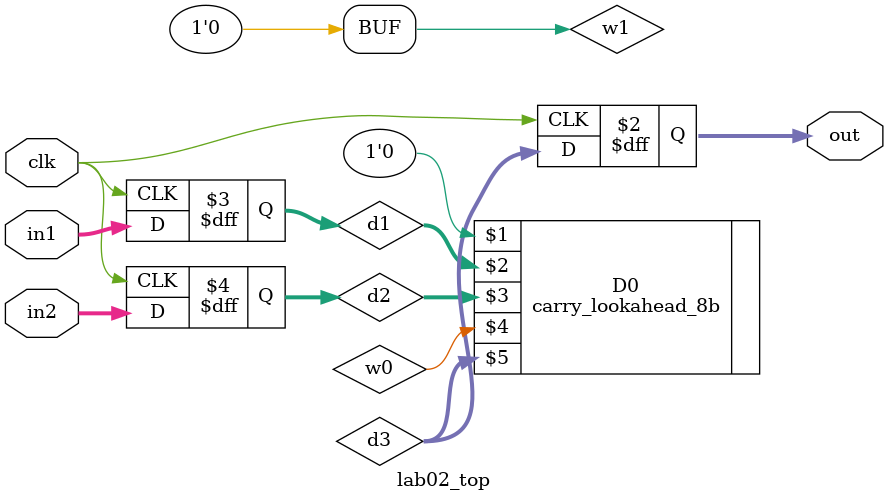
<source format=sv>
`timescale 1ns / 1ps


module lab02_top(
    input logic clk,
    input logic  [7:0] in1, in2,
    output logic [7:0] out 
    );
    
    
    logic [7:0] d1, d2, d3;
    logic w0, w1;
    assign w1 = 0;
    // Connect your adder implementation here
    carry_lookahead_8b D0 (w1, d1, d2, w0, d3);
    always_ff @(posedge clk) begin
        d1 <= in1;
        d2 <= in2; 
        out <= d3;
    end
    
    
    
endmodule

</source>
